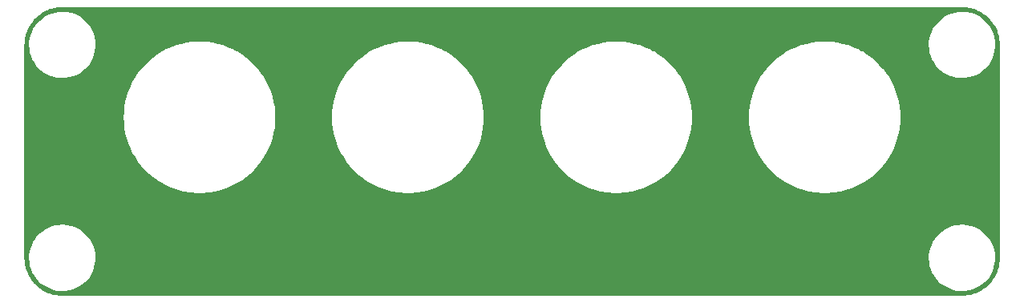
<source format=gbr>
%TF.GenerationSoftware,KiCad,Pcbnew,7.0.1*%
%TF.CreationDate,2023-12-17T22:32:21-05:00*%
%TF.ProjectId,channel_splitter,6368616e-6e65-46c5-9f73-706c69747465,rev?*%
%TF.SameCoordinates,Original*%
%TF.FileFunction,Copper,L1,Top*%
%TF.FilePolarity,Positive*%
%FSLAX46Y46*%
G04 Gerber Fmt 4.6, Leading zero omitted, Abs format (unit mm)*
G04 Created by KiCad (PCBNEW 7.0.1) date 2023-12-17 22:32:21*
%MOMM*%
%LPD*%
G01*
G04 APERTURE LIST*
G04 APERTURE END LIST*
%TA.AperFunction,Conductor*%
%TO.N,GND*%
G36*
X259002854Y-119500632D02*
G01*
X259018811Y-119501369D01*
X259173088Y-119508502D01*
X259369795Y-119518166D01*
X259380787Y-119519201D01*
X259562876Y-119544601D01*
X259563781Y-119544732D01*
X259747261Y-119571949D01*
X259757413Y-119573892D01*
X259938614Y-119616510D01*
X259940023Y-119616852D01*
X260117874Y-119661401D01*
X260127091Y-119664096D01*
X260304478Y-119723550D01*
X260306618Y-119724292D01*
X260478220Y-119785692D01*
X260486519Y-119789004D01*
X260657980Y-119864712D01*
X260660909Y-119866051D01*
X260747263Y-119906892D01*
X260825119Y-119943715D01*
X260832411Y-119947465D01*
X260952564Y-120014391D01*
X260996435Y-120038827D01*
X260999810Y-120040777D01*
X261155371Y-120134017D01*
X261161670Y-120138058D01*
X261316699Y-120244256D01*
X261320459Y-120246935D01*
X261466009Y-120354882D01*
X261471305Y-120359040D01*
X261616009Y-120479200D01*
X261619947Y-120482617D01*
X261754206Y-120604303D01*
X261758590Y-120608478D01*
X261891520Y-120741408D01*
X261895698Y-120745795D01*
X262017375Y-120880045D01*
X262020805Y-120883998D01*
X262140951Y-121028684D01*
X262145124Y-121034000D01*
X262160311Y-121054477D01*
X262253041Y-121179509D01*
X262255742Y-121183299D01*
X262361940Y-121338328D01*
X262365999Y-121344656D01*
X262459200Y-121500153D01*
X262461171Y-121503563D01*
X262552525Y-121667573D01*
X262556291Y-121674896D01*
X262633947Y-121839089D01*
X262635286Y-121842018D01*
X262710994Y-122013479D01*
X262714311Y-122021791D01*
X262775666Y-122193265D01*
X262776487Y-122195634D01*
X262835894Y-122372881D01*
X262838606Y-122382157D01*
X262883104Y-122559803D01*
X262883526Y-122561543D01*
X262926101Y-122742562D01*
X262928053Y-122752758D01*
X262955257Y-122936156D01*
X262955410Y-122937218D01*
X262980794Y-123119184D01*
X262981834Y-123130232D01*
X262991512Y-123327238D01*
X262991529Y-123327595D01*
X262999368Y-123497145D01*
X262999500Y-123502872D01*
X262999500Y-145997128D01*
X262999368Y-146002855D01*
X262991529Y-146172404D01*
X262991512Y-146172761D01*
X262981834Y-146369766D01*
X262980794Y-146380814D01*
X262955410Y-146562780D01*
X262955257Y-146563842D01*
X262928053Y-146747240D01*
X262926101Y-146757436D01*
X262883526Y-146938455D01*
X262883104Y-146940195D01*
X262838606Y-147117841D01*
X262835894Y-147127117D01*
X262776487Y-147304364D01*
X262775666Y-147306733D01*
X262714311Y-147478207D01*
X262710994Y-147486519D01*
X262635286Y-147657980D01*
X262633947Y-147660909D01*
X262556291Y-147825102D01*
X262552525Y-147832425D01*
X262461171Y-147996435D01*
X262459200Y-147999845D01*
X262365999Y-148155342D01*
X262361940Y-148161670D01*
X262255742Y-148316699D01*
X262253041Y-148320489D01*
X262145135Y-148465984D01*
X262140935Y-148471334D01*
X262020851Y-148615947D01*
X262017331Y-148620004D01*
X261895717Y-148754183D01*
X261891520Y-148758590D01*
X261758590Y-148891520D01*
X261754183Y-148895717D01*
X261620004Y-149017331D01*
X261615947Y-149020851D01*
X261471334Y-149140935D01*
X261465984Y-149145135D01*
X261320489Y-149253041D01*
X261316699Y-149255742D01*
X261161670Y-149361940D01*
X261155342Y-149365999D01*
X260999845Y-149459200D01*
X260996435Y-149461171D01*
X260832425Y-149552525D01*
X260825102Y-149556291D01*
X260660909Y-149633947D01*
X260657980Y-149635286D01*
X260486519Y-149710994D01*
X260478207Y-149714311D01*
X260306733Y-149775666D01*
X260304364Y-149776487D01*
X260127117Y-149835894D01*
X260117841Y-149838606D01*
X259940195Y-149883104D01*
X259938455Y-149883526D01*
X259757436Y-149926101D01*
X259747240Y-149928053D01*
X259563842Y-149955257D01*
X259562780Y-149955410D01*
X259380814Y-149980794D01*
X259369766Y-149981834D01*
X259172931Y-149991503D01*
X259172575Y-149991520D01*
X259007393Y-149999158D01*
X259002854Y-149999368D01*
X258997128Y-149999500D01*
X164002872Y-149999500D01*
X163997145Y-149999368D01*
X163992305Y-149999144D01*
X163827423Y-149991520D01*
X163827067Y-149991503D01*
X163630232Y-149981834D01*
X163619184Y-149980794D01*
X163437218Y-149955410D01*
X163436156Y-149955257D01*
X163252758Y-149928053D01*
X163242562Y-149926101D01*
X163061543Y-149883526D01*
X163059803Y-149883104D01*
X162882157Y-149838606D01*
X162872881Y-149835894D01*
X162695634Y-149776487D01*
X162693265Y-149775666D01*
X162521791Y-149714311D01*
X162513479Y-149710994D01*
X162342018Y-149635286D01*
X162339089Y-149633947D01*
X162174896Y-149556291D01*
X162167573Y-149552525D01*
X162003563Y-149461171D01*
X162000153Y-149459200D01*
X161871289Y-149381962D01*
X161844645Y-149365992D01*
X161838328Y-149361940D01*
X161683299Y-149255742D01*
X161679509Y-149253041D01*
X161534000Y-149145124D01*
X161528684Y-149140951D01*
X161383998Y-149020805D01*
X161380045Y-149017375D01*
X161245795Y-148895698D01*
X161241408Y-148891520D01*
X161108478Y-148758590D01*
X161104303Y-148754206D01*
X160982617Y-148619947D01*
X160979200Y-148616009D01*
X160859040Y-148471305D01*
X160854882Y-148466009D01*
X160746935Y-148320459D01*
X160744256Y-148316699D01*
X160638058Y-148161670D01*
X160634017Y-148155371D01*
X160540777Y-147999810D01*
X160538827Y-147996435D01*
X160462484Y-147859374D01*
X160447465Y-147832411D01*
X160443715Y-147825119D01*
X160383868Y-147698581D01*
X160366051Y-147660909D01*
X160364712Y-147657980D01*
X160289004Y-147486519D01*
X160285692Y-147478220D01*
X160224292Y-147306618D01*
X160223550Y-147304478D01*
X160164096Y-147127091D01*
X160161401Y-147117874D01*
X160116852Y-146940023D01*
X160116510Y-146938614D01*
X160073892Y-146757413D01*
X160071949Y-146747261D01*
X160044732Y-146563781D01*
X160044588Y-146562780D01*
X160019201Y-146380787D01*
X160018166Y-146369795D01*
X160008480Y-146172611D01*
X160004814Y-146093317D01*
X160495774Y-146093317D01*
X160525545Y-146465265D01*
X160576387Y-146734906D01*
X160594685Y-146831944D01*
X160702403Y-147189186D01*
X160847490Y-147532967D01*
X161028292Y-147859371D01*
X161242772Y-148164718D01*
X161379075Y-148320489D01*
X161488484Y-148445525D01*
X161605985Y-148553997D01*
X161762659Y-148698632D01*
X162062169Y-148921150D01*
X162062175Y-148921153D01*
X162062177Y-148921155D01*
X162231370Y-149020851D01*
X162383657Y-149110585D01*
X162723449Y-149264770D01*
X162914833Y-149328083D01*
X163077702Y-149381963D01*
X163442408Y-149460838D01*
X163813431Y-149500500D01*
X164093213Y-149500500D01*
X164093218Y-149500500D01*
X164326042Y-149488090D01*
X164372608Y-149485609D01*
X164740995Y-149426256D01*
X165100986Y-149328083D01*
X165448502Y-149192201D01*
X165779606Y-149020150D01*
X166090547Y-148813880D01*
X166377800Y-148575727D01*
X166638113Y-148308391D01*
X166868534Y-148014899D01*
X167066454Y-147698578D01*
X167229630Y-147363011D01*
X167250780Y-147304364D01*
X167314698Y-147127117D01*
X167356212Y-147012000D01*
X167444768Y-146649524D01*
X167494293Y-146279688D01*
X167499256Y-146093317D01*
X255495774Y-146093317D01*
X255525545Y-146465265D01*
X255576387Y-146734906D01*
X255594685Y-146831944D01*
X255702403Y-147189186D01*
X255847490Y-147532967D01*
X256028292Y-147859371D01*
X256242772Y-148164718D01*
X256379075Y-148320489D01*
X256488484Y-148445525D01*
X256605985Y-148553997D01*
X256762659Y-148698632D01*
X257062169Y-148921150D01*
X257062175Y-148921153D01*
X257062177Y-148921155D01*
X257231370Y-149020851D01*
X257383657Y-149110585D01*
X257723449Y-149264770D01*
X257914833Y-149328083D01*
X258077702Y-149381963D01*
X258442408Y-149460838D01*
X258813431Y-149500500D01*
X259093213Y-149500500D01*
X259093218Y-149500500D01*
X259326042Y-149488090D01*
X259372608Y-149485609D01*
X259740995Y-149426256D01*
X260100986Y-149328083D01*
X260448502Y-149192201D01*
X260779606Y-149020150D01*
X261090547Y-148813880D01*
X261377800Y-148575727D01*
X261638113Y-148308391D01*
X261868534Y-148014899D01*
X262066454Y-147698578D01*
X262229630Y-147363011D01*
X262250780Y-147304364D01*
X262314698Y-147127117D01*
X262356212Y-147012000D01*
X262444768Y-146649524D01*
X262494293Y-146279688D01*
X262504226Y-145906683D01*
X262474455Y-145534735D01*
X262405316Y-145168059D01*
X262297595Y-144810809D01*
X262152510Y-144467033D01*
X261971706Y-144140626D01*
X261757231Y-143835287D01*
X261757227Y-143835281D01*
X261511518Y-143554477D01*
X261237340Y-143301367D01*
X260937830Y-143078849D01*
X260616342Y-142889414D01*
X260276550Y-142735229D01*
X259922300Y-142618037D01*
X259557595Y-142539162D01*
X259398582Y-142522164D01*
X259186569Y-142499500D01*
X258906787Y-142499500D01*
X258906782Y-142499500D01*
X258627392Y-142514390D01*
X258259005Y-142573743D01*
X257899017Y-142671916D01*
X257551500Y-142807798D01*
X257551498Y-142807798D01*
X257551498Y-142807799D01*
X257220394Y-142979850D01*
X257220391Y-142979851D01*
X257220389Y-142979853D01*
X256909454Y-143186118D01*
X256622199Y-143424274D01*
X256361884Y-143691611D01*
X256131466Y-143985099D01*
X255933547Y-144301418D01*
X255770368Y-144636990D01*
X255643787Y-144988000D01*
X255555232Y-145350473D01*
X255555232Y-145350476D01*
X255505707Y-145720312D01*
X255495774Y-146093317D01*
X167499256Y-146093317D01*
X167504226Y-145906683D01*
X167474455Y-145534735D01*
X167405316Y-145168059D01*
X167297595Y-144810809D01*
X167152510Y-144467033D01*
X166971706Y-144140626D01*
X166757231Y-143835287D01*
X166757227Y-143835281D01*
X166511518Y-143554477D01*
X166237340Y-143301367D01*
X165937830Y-143078849D01*
X165616342Y-142889414D01*
X165276550Y-142735229D01*
X164922300Y-142618037D01*
X164557595Y-142539162D01*
X164398582Y-142522164D01*
X164186569Y-142499500D01*
X163906787Y-142499500D01*
X163906782Y-142499500D01*
X163627392Y-142514390D01*
X163259005Y-142573743D01*
X162899017Y-142671916D01*
X162551500Y-142807798D01*
X162551498Y-142807798D01*
X162551498Y-142807799D01*
X162220394Y-142979850D01*
X162220391Y-142979851D01*
X162220389Y-142979853D01*
X161909454Y-143186118D01*
X161622199Y-143424274D01*
X161361884Y-143691611D01*
X161131466Y-143985099D01*
X160933547Y-144301418D01*
X160770368Y-144636990D01*
X160643787Y-144988000D01*
X160555232Y-145350473D01*
X160555232Y-145350476D01*
X160505707Y-145720312D01*
X160495774Y-146093317D01*
X160004814Y-146093317D01*
X160000632Y-146002854D01*
X160000500Y-145997128D01*
X160000500Y-131149999D01*
X170494622Y-131149999D01*
X170514123Y-131708417D01*
X170572531Y-132264139D01*
X170669558Y-132814404D01*
X170804739Y-133356585D01*
X170977405Y-133887997D01*
X171186726Y-134406086D01*
X171431669Y-134908293D01*
X171711051Y-135392197D01*
X171711054Y-135392202D01*
X171711055Y-135392203D01*
X172023514Y-135855443D01*
X172367525Y-136295757D01*
X172741414Y-136711002D01*
X173108044Y-137065053D01*
X173143360Y-137099157D01*
X173571398Y-137458324D01*
X173984668Y-137758581D01*
X174023450Y-137786758D01*
X174497311Y-138082860D01*
X174990674Y-138345185D01*
X175501133Y-138572456D01*
X176026202Y-138763566D01*
X176563324Y-138917583D01*
X176761355Y-138959675D01*
X177109878Y-139033757D01*
X177343175Y-139066544D01*
X177663210Y-139111523D01*
X178220616Y-139150500D01*
X178779383Y-139150500D01*
X178779384Y-139150500D01*
X179336790Y-139111523D01*
X179734588Y-139055615D01*
X179890121Y-139033757D01*
X180122469Y-138984369D01*
X180436676Y-138917583D01*
X180973798Y-138763566D01*
X181498867Y-138572456D01*
X182009326Y-138345185D01*
X182502689Y-138082860D01*
X182976550Y-137786758D01*
X183428602Y-137458323D01*
X183856643Y-137099154D01*
X184258586Y-136711002D01*
X184632475Y-136295757D01*
X184976486Y-135855443D01*
X185288945Y-135392203D01*
X185568328Y-134908297D01*
X185813276Y-134406080D01*
X186022594Y-133888000D01*
X186195262Y-133356581D01*
X186330440Y-132814411D01*
X186427469Y-132264133D01*
X186485876Y-131708427D01*
X186505377Y-131150000D01*
X186505377Y-131149999D01*
X192494622Y-131149999D01*
X192514123Y-131708417D01*
X192572531Y-132264139D01*
X192669558Y-132814404D01*
X192804739Y-133356585D01*
X192977405Y-133887997D01*
X193186726Y-134406086D01*
X193431669Y-134908293D01*
X193711051Y-135392197D01*
X193711054Y-135392202D01*
X193711055Y-135392203D01*
X194023514Y-135855443D01*
X194367525Y-136295757D01*
X194741414Y-136711002D01*
X195108044Y-137065053D01*
X195143360Y-137099157D01*
X195571398Y-137458324D01*
X195984668Y-137758581D01*
X196023450Y-137786758D01*
X196497311Y-138082860D01*
X196990674Y-138345185D01*
X197501133Y-138572456D01*
X198026202Y-138763566D01*
X198563324Y-138917583D01*
X198761355Y-138959675D01*
X199109878Y-139033757D01*
X199343175Y-139066544D01*
X199663210Y-139111523D01*
X200220616Y-139150500D01*
X200779383Y-139150500D01*
X200779384Y-139150500D01*
X201336790Y-139111523D01*
X201734588Y-139055615D01*
X201890121Y-139033757D01*
X202122469Y-138984369D01*
X202436676Y-138917583D01*
X202973798Y-138763566D01*
X203498867Y-138572456D01*
X204009326Y-138345185D01*
X204502689Y-138082860D01*
X204976550Y-137786758D01*
X205428602Y-137458323D01*
X205856643Y-137099154D01*
X206258586Y-136711002D01*
X206632475Y-136295757D01*
X206976486Y-135855443D01*
X207288945Y-135392203D01*
X207568328Y-134908297D01*
X207813276Y-134406080D01*
X208022594Y-133888000D01*
X208195262Y-133356581D01*
X208330440Y-132814411D01*
X208427469Y-132264133D01*
X208485876Y-131708427D01*
X208505377Y-131150000D01*
X208505377Y-131149999D01*
X214494622Y-131149999D01*
X214514123Y-131708417D01*
X214572531Y-132264139D01*
X214669558Y-132814404D01*
X214804739Y-133356585D01*
X214977405Y-133887997D01*
X215186726Y-134406086D01*
X215431669Y-134908293D01*
X215711051Y-135392197D01*
X215711054Y-135392202D01*
X215711055Y-135392203D01*
X216023514Y-135855443D01*
X216367525Y-136295757D01*
X216741414Y-136711002D01*
X217108044Y-137065053D01*
X217143360Y-137099157D01*
X217571398Y-137458324D01*
X217984668Y-137758581D01*
X218023450Y-137786758D01*
X218497311Y-138082860D01*
X218990674Y-138345185D01*
X219501133Y-138572456D01*
X220026202Y-138763566D01*
X220563324Y-138917583D01*
X220761355Y-138959675D01*
X221109878Y-139033757D01*
X221343175Y-139066544D01*
X221663210Y-139111523D01*
X222220616Y-139150500D01*
X222779383Y-139150500D01*
X222779384Y-139150500D01*
X223336790Y-139111523D01*
X223734588Y-139055615D01*
X223890121Y-139033757D01*
X224122469Y-138984369D01*
X224436676Y-138917583D01*
X224973798Y-138763566D01*
X225498867Y-138572456D01*
X226009326Y-138345185D01*
X226502689Y-138082860D01*
X226976550Y-137786758D01*
X227428602Y-137458323D01*
X227856643Y-137099154D01*
X228258586Y-136711002D01*
X228632475Y-136295757D01*
X228976486Y-135855443D01*
X229288945Y-135392203D01*
X229568328Y-134908297D01*
X229813276Y-134406080D01*
X230022594Y-133888000D01*
X230195262Y-133356581D01*
X230330440Y-132814411D01*
X230427469Y-132264133D01*
X230485876Y-131708427D01*
X230505377Y-131150000D01*
X230505377Y-131149999D01*
X236494622Y-131149999D01*
X236514123Y-131708417D01*
X236572531Y-132264139D01*
X236669558Y-132814404D01*
X236804739Y-133356585D01*
X236977405Y-133887997D01*
X237186726Y-134406086D01*
X237431669Y-134908293D01*
X237711051Y-135392197D01*
X237711054Y-135392202D01*
X237711055Y-135392203D01*
X238023514Y-135855443D01*
X238367525Y-136295757D01*
X238741414Y-136711002D01*
X239108044Y-137065053D01*
X239143360Y-137099157D01*
X239571398Y-137458324D01*
X239984668Y-137758581D01*
X240023450Y-137786758D01*
X240497311Y-138082860D01*
X240990674Y-138345185D01*
X241501133Y-138572456D01*
X242026202Y-138763566D01*
X242563324Y-138917583D01*
X242761355Y-138959675D01*
X243109878Y-139033757D01*
X243343175Y-139066544D01*
X243663210Y-139111523D01*
X244220616Y-139150500D01*
X244779383Y-139150500D01*
X244779384Y-139150500D01*
X245336790Y-139111523D01*
X245734588Y-139055615D01*
X245890121Y-139033757D01*
X246122469Y-138984369D01*
X246436676Y-138917583D01*
X246973798Y-138763566D01*
X247498867Y-138572456D01*
X248009326Y-138345185D01*
X248502689Y-138082860D01*
X248976550Y-137786758D01*
X249428602Y-137458323D01*
X249856643Y-137099154D01*
X250258586Y-136711002D01*
X250632475Y-136295757D01*
X250976486Y-135855443D01*
X251288945Y-135392203D01*
X251568328Y-134908297D01*
X251813276Y-134406080D01*
X252022594Y-133888000D01*
X252195262Y-133356581D01*
X252330440Y-132814411D01*
X252427469Y-132264133D01*
X252485876Y-131708427D01*
X252505377Y-131150000D01*
X252485876Y-130591573D01*
X252427469Y-130035867D01*
X252330440Y-129485589D01*
X252195262Y-128943419D01*
X252022594Y-128412000D01*
X251813276Y-127893920D01*
X251569674Y-127394462D01*
X251568330Y-127391706D01*
X251288948Y-126907802D01*
X251288945Y-126907797D01*
X250976486Y-126444557D01*
X250958202Y-126421155D01*
X250688324Y-126075727D01*
X250632475Y-126004243D01*
X250258586Y-125588998D01*
X249856643Y-125200846D01*
X249856644Y-125200846D01*
X249856639Y-125200842D01*
X249428601Y-124841675D01*
X248976553Y-124513244D01*
X248502691Y-124217141D01*
X248375521Y-124149524D01*
X248009326Y-123954815D01*
X247754096Y-123841179D01*
X247498868Y-123727544D01*
X247130083Y-123593317D01*
X255495774Y-123593317D01*
X255525545Y-123965265D01*
X255573997Y-124222230D01*
X255594685Y-124331944D01*
X255702403Y-124689186D01*
X255847490Y-125032967D01*
X256028292Y-125359371D01*
X256242772Y-125664718D01*
X256488481Y-125945522D01*
X256762659Y-126198632D01*
X257062169Y-126421150D01*
X257062175Y-126421153D01*
X257062177Y-126421155D01*
X257383655Y-126610584D01*
X257383657Y-126610585D01*
X257723449Y-126764770D01*
X257914833Y-126828083D01*
X258077702Y-126881963D01*
X258442408Y-126960838D01*
X258813431Y-127000500D01*
X259093213Y-127000500D01*
X259093218Y-127000500D01*
X259326042Y-126988090D01*
X259372608Y-126985609D01*
X259740995Y-126926256D01*
X260100986Y-126828083D01*
X260448502Y-126692201D01*
X260779606Y-126520150D01*
X261090547Y-126313880D01*
X261377800Y-126075727D01*
X261638113Y-125808391D01*
X261868534Y-125514899D01*
X262066454Y-125198578D01*
X262229630Y-124863011D01*
X262235654Y-124846308D01*
X262356212Y-124511999D01*
X262427005Y-124222230D01*
X262444768Y-124149524D01*
X262494293Y-123779688D01*
X262504226Y-123406683D01*
X262474455Y-123034735D01*
X262405316Y-122668059D01*
X262297595Y-122310809D01*
X262152510Y-121967033D01*
X261971706Y-121640626D01*
X261757231Y-121335287D01*
X261757227Y-121335281D01*
X261511518Y-121054477D01*
X261483556Y-121028664D01*
X261433181Y-120982159D01*
X261237340Y-120801367D01*
X260937830Y-120578849D01*
X260616342Y-120389414D01*
X260276550Y-120235229D01*
X259922300Y-120118037D01*
X259557595Y-120039162D01*
X259398582Y-120022164D01*
X259186569Y-119999500D01*
X258906787Y-119999500D01*
X258906782Y-119999500D01*
X258627392Y-120014390D01*
X258259005Y-120073743D01*
X257899017Y-120171916D01*
X257551500Y-120307798D01*
X257551498Y-120307798D01*
X257551498Y-120307799D01*
X257220394Y-120479850D01*
X257220391Y-120479851D01*
X257220389Y-120479853D01*
X256909454Y-120686118D01*
X256622199Y-120924274D01*
X256361884Y-121191611D01*
X256131466Y-121485099D01*
X255933547Y-121801418D01*
X255770368Y-122136990D01*
X255643787Y-122488000D01*
X255555232Y-122850473D01*
X255505707Y-123220312D01*
X255498183Y-123502872D01*
X255495774Y-123593317D01*
X247130083Y-123593317D01*
X246973787Y-123536430D01*
X246436678Y-123382417D01*
X245890121Y-123266242D01*
X245336792Y-123188477D01*
X244863373Y-123155373D01*
X244779384Y-123149500D01*
X244220616Y-123149500D01*
X244136627Y-123155373D01*
X243663207Y-123188477D01*
X243109878Y-123266242D01*
X242563321Y-123382417D01*
X242026212Y-123536430D01*
X241501131Y-123727544D01*
X240990674Y-123954815D01*
X240497309Y-124217141D01*
X240023446Y-124513244D01*
X239571398Y-124841675D01*
X239143360Y-125200842D01*
X238741412Y-125589000D01*
X238367523Y-126004245D01*
X238023519Y-126444549D01*
X237711051Y-126907802D01*
X237431669Y-127391706D01*
X237186726Y-127893913D01*
X236977405Y-128412002D01*
X236804739Y-128943414D01*
X236669558Y-129485595D01*
X236572531Y-130035860D01*
X236514123Y-130591582D01*
X236494622Y-131149999D01*
X230505377Y-131149999D01*
X230485876Y-130591573D01*
X230427469Y-130035867D01*
X230330440Y-129485589D01*
X230195262Y-128943419D01*
X230022594Y-128412000D01*
X229813276Y-127893920D01*
X229569674Y-127394462D01*
X229568330Y-127391706D01*
X229288948Y-126907802D01*
X229288945Y-126907797D01*
X228976486Y-126444557D01*
X228958202Y-126421155D01*
X228688324Y-126075727D01*
X228632475Y-126004243D01*
X228258586Y-125588998D01*
X227856643Y-125200846D01*
X227856644Y-125200846D01*
X227856639Y-125200842D01*
X227428601Y-124841675D01*
X226976553Y-124513244D01*
X226502691Y-124217141D01*
X226375521Y-124149524D01*
X226009326Y-123954815D01*
X225754096Y-123841179D01*
X225498868Y-123727544D01*
X224973787Y-123536430D01*
X224436678Y-123382417D01*
X223890121Y-123266242D01*
X223336792Y-123188477D01*
X222863373Y-123155373D01*
X222779384Y-123149500D01*
X222220616Y-123149500D01*
X222136627Y-123155373D01*
X221663207Y-123188477D01*
X221109878Y-123266242D01*
X220563321Y-123382417D01*
X220026212Y-123536430D01*
X219501131Y-123727544D01*
X218990674Y-123954815D01*
X218497309Y-124217141D01*
X218023446Y-124513244D01*
X217571398Y-124841675D01*
X217143360Y-125200842D01*
X216741412Y-125589000D01*
X216367523Y-126004245D01*
X216023519Y-126444549D01*
X215711051Y-126907802D01*
X215431669Y-127391706D01*
X215186726Y-127893913D01*
X214977405Y-128412002D01*
X214804739Y-128943414D01*
X214669558Y-129485595D01*
X214572531Y-130035860D01*
X214514123Y-130591582D01*
X214494622Y-131149999D01*
X208505377Y-131149999D01*
X208485876Y-130591573D01*
X208427469Y-130035867D01*
X208330440Y-129485589D01*
X208195262Y-128943419D01*
X208022594Y-128412000D01*
X207813276Y-127893920D01*
X207569674Y-127394462D01*
X207568330Y-127391706D01*
X207288948Y-126907802D01*
X207288945Y-126907797D01*
X206976486Y-126444557D01*
X206958202Y-126421155D01*
X206688324Y-126075727D01*
X206632475Y-126004243D01*
X206258586Y-125588998D01*
X205856643Y-125200846D01*
X205856644Y-125200846D01*
X205856639Y-125200842D01*
X205428601Y-124841675D01*
X204976553Y-124513244D01*
X204502691Y-124217141D01*
X204375521Y-124149524D01*
X204009326Y-123954815D01*
X203754096Y-123841179D01*
X203498868Y-123727544D01*
X202973787Y-123536430D01*
X202436678Y-123382417D01*
X201890121Y-123266242D01*
X201336792Y-123188477D01*
X200863373Y-123155373D01*
X200779384Y-123149500D01*
X200220616Y-123149500D01*
X200136627Y-123155373D01*
X199663207Y-123188477D01*
X199109878Y-123266242D01*
X198563321Y-123382417D01*
X198026212Y-123536430D01*
X197501131Y-123727544D01*
X196990674Y-123954815D01*
X196497309Y-124217141D01*
X196023446Y-124513244D01*
X195571398Y-124841675D01*
X195143360Y-125200842D01*
X194741412Y-125589000D01*
X194367523Y-126004245D01*
X194023519Y-126444549D01*
X193711051Y-126907802D01*
X193431669Y-127391706D01*
X193186726Y-127893913D01*
X192977405Y-128412002D01*
X192804739Y-128943414D01*
X192669558Y-129485595D01*
X192572531Y-130035860D01*
X192514123Y-130591582D01*
X192494622Y-131149999D01*
X186505377Y-131149999D01*
X186485876Y-130591573D01*
X186427469Y-130035867D01*
X186330440Y-129485589D01*
X186195262Y-128943419D01*
X186022594Y-128412000D01*
X185813276Y-127893920D01*
X185569674Y-127394462D01*
X185568330Y-127391706D01*
X185288948Y-126907802D01*
X185288945Y-126907797D01*
X184976486Y-126444557D01*
X184958202Y-126421155D01*
X184688324Y-126075727D01*
X184632475Y-126004243D01*
X184258586Y-125588998D01*
X183856643Y-125200846D01*
X183856644Y-125200846D01*
X183856639Y-125200842D01*
X183428601Y-124841675D01*
X182976553Y-124513244D01*
X182502691Y-124217141D01*
X182375521Y-124149524D01*
X182009326Y-123954815D01*
X181754096Y-123841179D01*
X181498868Y-123727544D01*
X180973787Y-123536430D01*
X180436678Y-123382417D01*
X179890121Y-123266242D01*
X179336792Y-123188477D01*
X178863373Y-123155373D01*
X178779384Y-123149500D01*
X178220616Y-123149500D01*
X178136627Y-123155373D01*
X177663207Y-123188477D01*
X177109878Y-123266242D01*
X176563321Y-123382417D01*
X176026212Y-123536430D01*
X175501131Y-123727544D01*
X174990674Y-123954815D01*
X174497309Y-124217141D01*
X174023446Y-124513244D01*
X173571398Y-124841675D01*
X173143360Y-125200842D01*
X172741412Y-125589000D01*
X172367523Y-126004245D01*
X172023519Y-126444549D01*
X171711051Y-126907802D01*
X171431669Y-127391706D01*
X171186726Y-127893913D01*
X170977405Y-128412002D01*
X170804739Y-128943414D01*
X170669558Y-129485595D01*
X170572531Y-130035860D01*
X170514123Y-130591582D01*
X170494622Y-131149999D01*
X160000500Y-131149999D01*
X160000500Y-123593317D01*
X160495774Y-123593317D01*
X160525545Y-123965265D01*
X160573997Y-124222230D01*
X160594685Y-124331944D01*
X160702403Y-124689186D01*
X160847490Y-125032967D01*
X161028292Y-125359371D01*
X161242772Y-125664718D01*
X161488481Y-125945522D01*
X161762659Y-126198632D01*
X162062169Y-126421150D01*
X162062175Y-126421153D01*
X162062177Y-126421155D01*
X162383655Y-126610584D01*
X162383657Y-126610585D01*
X162723449Y-126764770D01*
X162914833Y-126828083D01*
X163077702Y-126881963D01*
X163442408Y-126960838D01*
X163813431Y-127000500D01*
X164093213Y-127000500D01*
X164093218Y-127000500D01*
X164326042Y-126988090D01*
X164372608Y-126985609D01*
X164740995Y-126926256D01*
X165100986Y-126828083D01*
X165448502Y-126692201D01*
X165779606Y-126520150D01*
X166090547Y-126313880D01*
X166377800Y-126075727D01*
X166638113Y-125808391D01*
X166868534Y-125514899D01*
X167066454Y-125198578D01*
X167229630Y-124863011D01*
X167235654Y-124846308D01*
X167356212Y-124511999D01*
X167427005Y-124222230D01*
X167444768Y-124149524D01*
X167494293Y-123779688D01*
X167504226Y-123406683D01*
X167474455Y-123034735D01*
X167405316Y-122668059D01*
X167297595Y-122310809D01*
X167152510Y-121967033D01*
X166971706Y-121640626D01*
X166757231Y-121335287D01*
X166757227Y-121335281D01*
X166511518Y-121054477D01*
X166483556Y-121028664D01*
X166433181Y-120982159D01*
X166237340Y-120801367D01*
X165937830Y-120578849D01*
X165616342Y-120389414D01*
X165276550Y-120235229D01*
X164922300Y-120118037D01*
X164557595Y-120039162D01*
X164398582Y-120022164D01*
X164186569Y-119999500D01*
X163906787Y-119999500D01*
X163906782Y-119999500D01*
X163627392Y-120014390D01*
X163259005Y-120073743D01*
X162899017Y-120171916D01*
X162551500Y-120307798D01*
X162551498Y-120307798D01*
X162551498Y-120307799D01*
X162220394Y-120479850D01*
X162220391Y-120479851D01*
X162220389Y-120479853D01*
X161909454Y-120686118D01*
X161622199Y-120924274D01*
X161361884Y-121191611D01*
X161131466Y-121485099D01*
X160933547Y-121801418D01*
X160770368Y-122136990D01*
X160643787Y-122488000D01*
X160555232Y-122850473D01*
X160505707Y-123220312D01*
X160498183Y-123502872D01*
X160495774Y-123593317D01*
X160000500Y-123593317D01*
X160000500Y-123502872D01*
X160000632Y-123497146D01*
X160004814Y-123406683D01*
X160008490Y-123327168D01*
X160018166Y-123130200D01*
X160019200Y-123119217D01*
X160044611Y-122937054D01*
X160044722Y-122936286D01*
X160071950Y-122752729D01*
X160073890Y-122742595D01*
X160116526Y-122561318D01*
X160116837Y-122560037D01*
X160161405Y-122382111D01*
X160164091Y-122372922D01*
X160223572Y-122195457D01*
X160224270Y-122193442D01*
X160285699Y-122021759D01*
X160288996Y-122013497D01*
X160364713Y-121842015D01*
X160366051Y-121839089D01*
X160383868Y-121801418D01*
X160443727Y-121674855D01*
X160447452Y-121667612D01*
X160538864Y-121503497D01*
X160540745Y-121500243D01*
X160634036Y-121344598D01*
X160638034Y-121338363D01*
X160744270Y-121183278D01*
X160746899Y-121179590D01*
X160854909Y-121033954D01*
X160859011Y-121028728D01*
X160979239Y-120883944D01*
X160982577Y-120880097D01*
X161104340Y-120745752D01*
X161108437Y-120741450D01*
X161241450Y-120608437D01*
X161245752Y-120604340D01*
X161380097Y-120482577D01*
X161383944Y-120479239D01*
X161528728Y-120359011D01*
X161533954Y-120354909D01*
X161679590Y-120246899D01*
X161683278Y-120244270D01*
X161838363Y-120138034D01*
X161844598Y-120134036D01*
X162000243Y-120040745D01*
X162003497Y-120038864D01*
X162167612Y-119947452D01*
X162174855Y-119943727D01*
X162339098Y-119866046D01*
X162342018Y-119864712D01*
X162406007Y-119836458D01*
X162513497Y-119788996D01*
X162521759Y-119785699D01*
X162693442Y-119724270D01*
X162695457Y-119723572D01*
X162872922Y-119664091D01*
X162882111Y-119661405D01*
X163060037Y-119616837D01*
X163061318Y-119616526D01*
X163242595Y-119573890D01*
X163252729Y-119571950D01*
X163436286Y-119544722D01*
X163437054Y-119544611D01*
X163619217Y-119519200D01*
X163630200Y-119518166D01*
X163826898Y-119508502D01*
X163991674Y-119500884D01*
X163997146Y-119500632D01*
X164002872Y-119500500D01*
X258997128Y-119500500D01*
X259002854Y-119500632D01*
G37*
%TD.AperFunction*%
%TD*%
M02*

</source>
